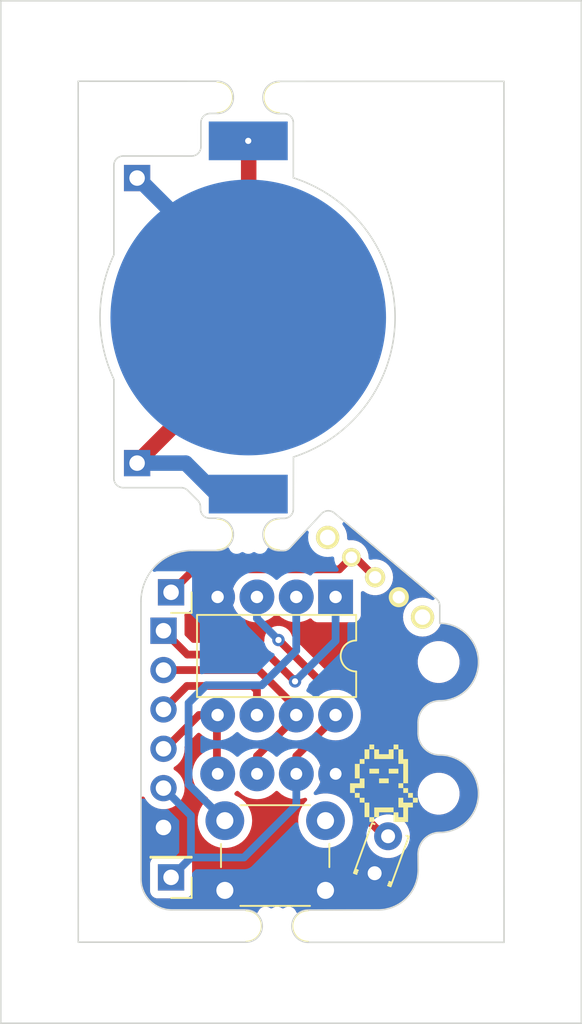
<source format=kicad_pcb>
(kicad_pcb (version 20240108) (generator "pcbnew") (generator_version "8.0")
  (layers (0 "F.Cu" signal) (31 "B.Cu" signal) (34 "B.Paste" user) (35 "F.Paste" user) (36 "B.SilkS" user "B.Silkscreen") (37 "F.SilkS" user "F.Silkscreen") (38 "B.Mask" user) (39 "F.Mask" user) (44 "Edge.Cuts" user))
  (net 0 "")
  (net 1 "GND")
  (net 2 "ISP RESET")
  (net 3 "ISP SCK")
  (net 4 "ISP MISO")
  (net 5 "ISP MOSI")
  (net 6 "BUTTON")
  (net 7 "VCC")
  (net 8 "Net-(BT2-+)")
  (net 9 "Net-(BT2--)")
  (net 10 "LED")
  (net 11 "Net-(J3-Pin_1)")
  (footprint "MountingHole:MountingHole_2.2mm_M2" (layer "F.Cu") (at 20.994496 76.5)
    (property "Reference" "H1" (hide yes))
    (property "Value" "MountingHole" (hide yes))
    (pad "" np_thru_hole circle (at 0 0) (size 2.2 2.2) (drill 2.2) (layers "*.Cu" "*.Mask"))
  )
  (footprint "Package_DIP:DIP-8_W7.62mm" (layer "F.Cu") (at 39.620077 51.983079 -90)
    (property "Reference" "U1" (hide yes))
    (property "Value" "ATtiny85V-10P")
    (fp_line (start 1.16 8.95) (end 6.46 8.95) (stroke (width 0.12)) (layer "F.SilkS"))
    (fp_line (start 6.46 8.95) (end 6.46 -1.33) (stroke (width 0.12)) (layer "F.SilkS"))
    (fp_line (start 1.16 -1.33) (end 1.16 8.95) (stroke (width 0.12)) (layer "F.SilkS"))
    (fp_line (start 2.81 -1.33) (end 1.16 -1.33) (stroke (width 0.12)) (layer "F.SilkS"))
    (fp_line (start 6.46 -1.33) (end 4.81 -1.33) (stroke (width 0.12)) (layer "F.SilkS"))
    (fp_arc (start 4.81 -1.33) (mid 3.81 -0.33) (end 2.81 -1.33) (stroke (width 0.12)) (layer "F.SilkS"))
    (pad "1" thru_hole rect (at 0 0 270) (size 2.25 2.25) (drill 0.8) (layers "*.Cu" "*.Mask") (net 2 "ISP RESET"))
    (pad "2" thru_hole circle (at 0 2.54 270) (size 2.25 2.25) (drill 0.8) (layers "*.Cu" "*.Mask") (net 6 "BUTTON"))
    (pad "3" thru_hole circle (at 0 5.08 270) (size 2.25 2.25) (drill 0.8) (layers "*.Cu" "*.Mask") (net 10 "LED"))
    (pad "4" thru_hole circle (at 0 7.62 270) (size 2.25 2.25) (drill 0.8) (layers "*.Cu" "*.Mask") (net 1 "GND"))
    (pad "5" thru_hole circle (at 7.62 7.62 270) (size 2.25 2.25) (drill 0.8) (layers "*.Cu" "*.Mask") (net 5 "ISP MOSI"))
    (pad "6" thru_hole circle (at 7.62 5.08 270) (size 2.25 2.25) (drill 0.8) (layers "*.Cu" "*.Mask") (net 4 "ISP MISO"))
    (pad "7" thru_hole circle (at 7.62 2.54 270) (size 2.25 2.25) (drill 0.8) (layers "*.Cu" "*.Mask") (net 3 "ISP SCK"))
    (pad "8" thru_hole circle (at 7.62 0 270) (size 2.25 2.25) (drill 0.8) (layers "*.Cu" "*.Mask") (net 7 "VCC"))
  )
  (footprint "MountingHole:MountingHole_2.2mm_M2" (layer "F.Cu") (at 46.277036 56.183079)
    (property "Reference" "H1" (hide yes))
    (property "Value" "MountingHole" (hide yes))
    (pad "" np_thru_hole circle (at 0 0) (size 2.2 2.2) (drill 2.2) (layers "*.Cu" "*.Mask"))
  )
  (footprint "MountingHole:MountingHole_2.2mm_M2" (layer "F.Cu") (at 20.994496 16.5)
    (property "Reference" "H1" (hide yes))
    (property "Value" "MountingHole" (hide yes))
    (pad "" np_thru_hole circle (at 0 0) (size 2.2 2.2) (drill 2.2) (layers "*.Cu" "*.Mask"))
  )
  (footprint "LOGO" (layer "F.Cu") (at 42.740397 64.007826)
    (property "Reference" "G***" (hide yes))
    (property "Value" "LOGO" (hide yes))
    (fp_poly (pts (xy -1.562885 0.781442) (xy -1.562885 0.937731) (xy -1.719173 0.937731) (xy -1.875462 0.937731) (xy -1.875462 0.781442) (xy -1.875462 0.625154) (xy -1.719173 0.625154) (xy -1.562885 0.625154)) (fill solid) (layer "F.SilkS"))
    (fp_poly (pts (xy -1.250308 1.094019) (xy -1.250308 1.250307) (xy -1.406596 1.250307) (xy -1.562885 1.250307) (xy -1.562885 1.094019) (xy -1.562885 0.937731) (xy -1.406596 0.937731) (xy -1.250308 0.937731)) (fill solid) (layer "F.SilkS"))
    (fp_poly (pts (xy -0.312577 -0.781442) (xy -0.312577 -0.625154) (xy -0.625154 -0.625154) (xy -0.937731 -0.625154) (xy -0.937731 -0.781442) (xy -0.937731 -0.937731) (xy -0.625154 -0.937731) (xy -0.312577 -0.937731)) (fill solid) (layer "F.SilkS"))
    (fp_poly (pts (xy 0.312577 -0.156289) (xy 0.312577 0) (xy 0 0) (xy -0.312577 0) (xy -0.312577 -0.156289) (xy -0.312577 -0.312577) (xy 0 -0.312577) (xy 0.312577 -0.312577)) (fill solid) (layer "F.SilkS"))
    (fp_poly (pts (xy 0.937731 -0.781442) (xy 0.937731 -0.625154) (xy 0.625154 -0.625154) (xy 0.312577 -0.625154) (xy 0.312577 -0.781442) (xy 0.312577 -0.937731) (xy 0.625154 -0.937731) (xy 0.937731 -0.937731)) (fill solid) (layer "F.SilkS"))
    (fp_poly (pts (xy 1.562884 0.468865) (xy 1.562884 0.625154) (xy 1.406596 0.625154) (xy 1.250307 0.625154) (xy 1.250307 0.468865) (xy 1.250307 0.312577) (xy 1.406596 0.312577) (xy 1.562884 0.312577)) (fill solid) (layer "F.SilkS"))
    (fp_poly (pts (xy 1.875461 0.781442) (xy 1.875461 0.937731) (xy 1.719173 0.937731) (xy 1.562884 0.937731) (xy 1.562884 0.781442) (xy 1.562884 0.625154) (xy 1.719173 0.625154) (xy 1.875461 0.625154)) (fill solid) (layer "F.SilkS"))
    (fp_poly (pts (xy -1.250308 0) (xy -1.250308 0.312577) (xy -1.562885 0.312577) (xy -1.875462 0.312577) (xy -1.875462 0.468865) (xy -1.875462 0.625154) (xy -2.03175 0.625154) (xy -2.188039 0.625154) (xy -2.188039 0.312577) (xy -2.188039 0) (xy -1.875462 0) (xy -1.562885 0) (xy -1.562885 -0.156289) (xy -1.562885 -0.312577) (xy -1.406596 -0.312577) (xy -1.250308 -0.312577)) (fill solid) (layer "F.SilkS"))
    (fp_poly (pts (xy 0.937731 -2.344327) (xy 0.937731 -2.188039) (xy 0.781442 -2.188039) (xy 0.625154 -2.188039) (xy 0.625154 -1.875462) (xy 0.625154 -1.562885) (xy 0 -1.562885) (xy -0.625154 -1.562885) (xy -0.625154 -1.875462) (xy -0.625154 -2.188039) (xy -0.468866 -2.188039) (xy -0.312577 -2.188039) (xy -0.312577 -2.03175) (xy -0.312577 -1.875462) (xy 0 -1.875462) (xy 0.312577 -1.875462) (xy 0.312577 -2.03175) (xy 0.312577 -2.188039) (xy 0.468865 -2.188039) (xy 0.625154 -2.188039) (xy 0.625154 -2.344327) (xy 0.625154 -2.500615) (xy 0.781442 -2.500615) (xy 0.937731 -2.500615)) (fill solid) (layer "F.SilkS"))
    (fp_poly (pts (xy 1.250307 -1.875462) (xy 1.250307 -1.562885) (xy 1.406596 -1.562885) (xy 1.562884 -1.562885) (xy 1.562884 -0.781442) (xy 1.562884 0) (xy 1.406596 0) (xy 1.250307 0) (xy 1.250307 0.156288) (xy 1.250307 0.312577) (xy 1.094019 0.312577) (xy 0.937731 0.312577) (xy 0.937731 0.156288) (xy 0.937731 0) (xy 1.094019 0) (xy 1.250307 0) (xy 1.250307 -0.625154) (xy 1.250307 -1.250308) (xy 1.094019 -1.250308) (xy 0.937731 -1.250308) (xy 0.937731 -1.719173) (xy 0.937731 -2.188039) (xy 1.094019 -2.188039) (xy 1.250307 -2.188039)) (fill solid) (layer "F.SilkS"))
    (fp_poly (pts (xy -0.937731 1.719173) (xy -0.937731 2.188038) (xy -0.781442 2.188038) (xy -0.625154 2.188038) (xy -0.625154 1.875461) (xy -0.625154 1.562884) (xy 0 1.562884) (xy 0.625154 1.562884) (xy 0.625154 1.719173) (xy 0.625154 1.875461) (xy 0.156288 1.875461) (xy -0.312577 1.875461) (xy -0.312577 2.03175) (xy -0.312577 2.188038) (xy -0.468866 2.188038) (xy -0.625154 2.188038) (xy -0.625154 2.344327) (xy -0.625154 2.500615) (xy -0.781442 2.500615) (xy -0.937731 2.500615) (xy -0.937731 2.344327) (xy -0.937731 2.188038) (xy -1.094019 2.188038) (xy -1.250308 2.188038) (xy -1.250308 1.719173) (xy -1.250308 1.250307) (xy -1.094019 1.250307) (xy -0.937731 1.250307)) (fill solid) (layer "F.SilkS"))
    (fp_poly (pts (xy -0.625154 -2.344327) (xy -0.625154 -2.188039) (xy -0.781442 -2.188039) (xy -0.937731 -2.188039) (xy -0.937731 -1.875462) (xy -0.937731 -1.562885) (xy -1.094019 -1.562885) (xy -1.250308 -1.562885) (xy -1.250308 -1.406596) (xy -1.250308 -1.250308) (xy -1.406596 -1.250308) (xy -1.562885 -1.250308) (xy -1.562885 -0.781442) (xy -1.562885 -0.312577) (xy -1.719173 -0.312577) (xy -1.875462 -0.312577) (xy -1.875462 -0.781442) (xy -1.875462 -1.250308) (xy -1.719173 -1.250308) (xy -1.562885 -1.250308) (xy -1.562885 -1.406596) (xy -1.562885 -1.562885) (xy -1.406596 -1.562885) (xy -1.250308 -1.562885) (xy -1.250308 -1.875462) (xy -1.250308 -2.188039) (xy -1.094019 -2.188039) (xy -0.937731 -2.188039) (xy -0.937731 -2.344327) (xy -0.937731 -2.500615) (xy -0.781442 -2.500615) (xy -0.625154 -2.500615)) (fill solid) (layer "F.SilkS"))
    (fp_poly (pts (xy 1.250307 1.094019) (xy 1.250307 1.250307) (xy 1.562884 1.250307) (xy 1.875461 1.250307) (xy 1.875461 1.094019) (xy 1.875461 0.937731) (xy 2.03175 0.937731) (xy 2.188038 0.937731) (xy 2.188038 1.094019) (xy 2.188038 1.250307) (xy 2.03175 1.250307) (xy 1.875461 1.250307) (xy 1.875461 1.406596) (xy 1.875461 1.562884) (xy 1.719173 1.562884) (xy 1.562884 1.562884) (xy 1.562884 2.03175) (xy 1.562884 2.500615) (xy 1.094019 2.500615) (xy 0.625154 2.500615) (xy 0.625154 2.188038) (xy 0.625154 1.875461) (xy 0.781442 1.875461) (xy 0.937731 1.875461) (xy 0.937731 2.03175) (xy 0.937731 2.188038) (xy 1.094019 2.188038) (xy 1.250307 2.188038) (xy 1.250307 1.875461) (xy 1.250307 1.562884) (xy 1.094019 1.562884) (xy 0.937731 1.562884) (xy 0.937731 1.250307) (xy 0.937731 0.937731) (xy 1.094019 0.937731) (xy 1.250307 0.937731)) (fill solid) (layer "F.SilkS"))
  )
  (footprint "Panelization:mouse-bite-2mm-slot" (layer "F.Cu") (at 33.979151 47.943784)
    (property "Reference" "mouse-bite-2mm-slot" (hide yes))
    (property "Value" "VAL**" (hide yes))
    (fp_arc (start -2 -1) (mid -1 0) (end -2 1) (stroke (width 0.1)) (layer "F.SilkS"))
    (fp_arc (start 2 1) (mid 1 0) (end 2 -1) (stroke (width 0.1)) (layer "F.SilkS"))
    (pad "" np_thru_hole circle (at -0.75 -0.75) (size 0.5 0.5) (drill 0.5) (layers "*.Cu" "*.Mask"))
    (pad "" np_thru_hole circle (at -0.75 0.75) (size 0.5 0.5) (drill 0.5) (layers "*.Cu" "*.Mask"))
    (pad "" np_thru_hole circle (at 0 -0.75) (size 0.5 0.5) (drill 0.5) (layers "*.Cu" "*.Mask"))
    (pad "" np_thru_hole circle (at 0 0.75) (size 0.5 0.5) (drill 0.5) (layers "*.Cu" "*.Mask"))
    (pad "" np_thru_hole circle (at 0.75 -0.75) (size 0.5 0.5) (drill 0.5) (layers "*.Cu" "*.Mask"))
    (pad "" np_thru_hole circle (at 0.75 0.75) (size 0.5 0.5) (drill 0.5) (layers "*.Cu" "*.Mask"))
  )
  (footprint "Connector_PinHeader_2.54mm:PinHeader_1x01_P2.54mm_Vertical" (layer "F.Cu") (at 26.8 43.343402 180)
    (property "Reference" "J4" (hide yes))
    (property "Value" "Conn_01x01_Male")
    (pad "1" thru_hole rect (at 0 0 180) (size 1.7 1.7) (drill 1) (layers "*.Cu" "*.Mask") (net 8 "Net-(BT2-+)"))
  )
  (footprint "1825232-1:18252321" (layer "F.Cu") (at 43.704199 51.996982 140)
    (property "Reference" "SW2")
    (property "Value" "SW_Push" (hide yes))
    (pad "1" thru_hole circle (at 0 0 230) (size 1.3 1.3) (drill 0.8) (layers "*.Cu" "*.Mask" "F.SilkS") (net 1 "GND"))
    (pad "2" thru_hole circle (at 4 0 230) (size 1.2 1.2) (drill 0.75) (layers "*.Cu" "*.Mask" "F.SilkS") (net 11 "Net-(J3-Pin_1)"))
    (pad "3" thru_hole circle (at 2 0 230) (size 1.3 1.3) (drill 0.8) (layers "*.Cu" "*.Mask" "F.SilkS") (net 11 "Net-(J3-Pin_1)"))
    (pad "MH1" thru_hole circle (at -2 0 230) (size 1.5 1.5) (drill 1) (layers "*.Cu" "*.Mask" "F.SilkS"))
    (pad "MH2" thru_hole circle (at 6 0 230) (size 1.5 1.5) (drill 1) (layers "*.Cu" "*.Mask" "F.SilkS"))
  )
  (footprint "Button_Switch_THT:SW_PUSH_6mm" (layer "F.Cu") (at 38.968713 70.923675 180)
    (property "Reference" "SW1" (hide yes))
    (property "Value" "Main Button")
    (fp_line (start 6.75 3) (end 6.75 1.5) (stroke (width 0.12)) (layer "F.SilkS"))
    (fp_line (start 5.5 -1) (end 1 -1) (stroke (width 0.12)) (layer "F.SilkS"))
    (fp_line (start 1 5.5) (end 5.5 5.5) (stroke (width 0.12)) (layer "F.SilkS"))
    (fp_line (start -0.25 1.5) (end -0.25 3) (stroke (width 0.12)) (layer "F.SilkS"))
    (pad "1" thru_hole circle (at 0 0 270) (size 2.5 2.5) (drill 1.1) (layers "*.Cu" "*.Mask") (net 1 "GND"))
    (pad "1" thru_hole circle (at 6.5 0 270) (size 2.5 2.5) (drill 1.1) (layers "*.Cu" "*.Mask") (net 1 "GND"))
    (pad "2" thru_hole circle (at 0 4.5 270) (size 2.5 2.5) (drill 1.1) (layers "*.Cu" "*.Mask") (net 6 "BUTTON"))
    (pad "2" thru_hole circle (at 6.5 4.5 270) (size 2.5 2.5) (drill 1.1) (layers "*.Cu" "*.Mask") (net 6 "BUTTON"))
  )
  (footprint "Panelization:mouse-bite-2mm-slot" (layer "F.Cu") (at 33.978006 19.735519)
    (property "Reference" "mouse-bite-2mm-slot" (hide yes))
    (property "Value" "VAL**" (hide yes))
    (fp_arc (start -2 -1) (mid -1 0) (end -2 1) (stroke (width 0.1)) (layer "F.SilkS"))
    (fp_arc (start 2 1) (mid 1 0) (end 2 -1) (stroke (width 0.1)) (layer "F.SilkS"))
    (pad "" np_thru_hole circle (at -0.75 -0.75) (size 0.5 0.5) (drill 0.5) (layers "*.Cu" "*.Mask"))
    (pad "" np_thru_hole circle (at -0.75 0.75) (size 0.5 0.5) (drill 0.5) (layers "*.Cu" "*.Mask"))
    (pad "" np_thru_hole circle (at 0 -0.75) (size 0.5 0.5) (drill 0.5) (layers "*.Cu" "*.Mask"))
    (pad "" np_thru_hole circle (at 0 0.75) (size 0.5 0.5) (drill 0.5) (layers "*.Cu" "*.Mask"))
    (pad "" np_thru_hole circle (at 0.75 -0.75) (size 0.5 0.5) (drill 0.5) (layers "*.Cu" "*.Mask"))
    (pad "" np_thru_hole circle (at 0.75 0.75) (size 0.5 0.5) (drill 0.5) (layers "*.Cu" "*.Mask"))
  )
  (footprint "Stepchild:Tiny OLED module" (layer "F.Cu") (at 35.815 63.4 180)
    (property "Reference" "U2" (hide yes))
    (property "Value" "OLED" (hide yes))
    (pad "1" thru_hole circle (at -3.81 0 180) (size 2.25 2.25) (drill 0.762) (layers "*.Cu" "*.Mask") (net 1 "GND"))
    (pad "2" thru_hole circle (at -1.27 0 180) (size 2.25 2.25) (drill 0.762) (layers "*.Cu" "*.Mask") (net 7 "VCC"))
    (pad "3" thru_hole circle (at 1.27 0 180) (size 2.25 2.25) (drill 0.762) (layers "*.Cu" "*.Mask") (net 3 "ISP SCK"))
    (pad "4" thru_hole circle (at 3.81 0 180) (size 2.25 2.25) (drill 0.762) (layers "*.Cu" "*.Mask") (net 5 "ISP MOSI"))
  )
  (footprint "Panelization:mouse-bite-2mm-slot" (layer "F.Cu") (at 35.843006 73.226415)
    (property "Reference" "mouse-bite-2mm-slot" (hide yes))
    (property "Value" "VAL**" (hide yes))
    (fp_arc (start -2 -1) (mid -1 0) (end -2 1) (stroke (width 0.1)) (layer "F.SilkS"))
    (fp_arc (start 2 1) (mid 1 0) (end 2 -1) (stroke (width 0.1)) (layer "F.SilkS"))
    (pad "" np_thru_hole circle (at -0.75 -0.75) (size 0.5 0.5) (drill 0.5) (layers "*.Cu" "*.Mask"))
    (pad "" np_thru_hole circle (at -0.75 0.75) (size 0.5 0.5) (drill 0.5) (layers "*.Cu" "*.Mask"))
    (pad "" np_thru_hole circle (at 0 -0.75) (size 0.5 0.5) (drill 0.5) (layers "*.Cu" "*.Mask"))
    (pad "" np_thru_hole circle (at 0 0.75) (size 0.5 0.5) (drill 0.5) (layers "*.Cu" "*.Mask"))
    (pad "" np_thru_hole circle (at 0.75 -0.75) (size 0.5 0.5) (drill 0.5) (layers "*.Cu" "*.Mask"))
    (pad "" np_thru_hole circle (at 0.75 0.75) (size 0.5 0.5) (drill 0.5) (layers "*.Cu" "*.Mask"))
  )
  (footprint "MountingHole:MountingHole_2.2mm_M2" (layer "F.Cu") (at 52.5 76.5)
    (property "Reference" "H1" (hide yes))
    (property "Value" "MountingHole" (hide yes))
    (pad "" np_thru_hole circle (at 0 0) (size 2.2 2.2) (drill 2.2) (layers "*.Cu" "*.Mask"))
  )
  (footprint "Connector_PinHeader_2.54mm:PinHeader_1x01_P2.54mm_Vertical" (layer "F.Cu") (at 28.99396 51.683079 180)
    (property "Reference" "J3" (hide yes))
    (property "Value" "Conn_01x01_Female" (hide yes))
    (fp_line (start -1.33 0) (end -1.33 -1.33) (stroke (width 0.12)) (layer "F.SilkS"))
    (fp_line (start -1.33 -1.33) (end 0 -1.33) (stroke (width 0.12)) (layer "F.SilkS"))
    (pad "1" thru_hole rect (at 0 0 180) (size 1.7 1.7) (drill 1) (layers "*.Cu" "*.Mask") (net 11 "Net-(J3-Pin_1)"))
  )
  (footprint "Connector_PinHeader_2.54mm:PinHeader_1x01_P2.54mm_Vertical" (layer "F.Cu") (at 26.8 24.943402 180)
    (property "Reference" "J5" (hide yes))
    (property "Value" "Conn_01x01_Male" (hide yes))
    (pad "1" thru_hole rect (at 0 0 180) (size 1.7 1.7) (drill 1) (layers "*.Cu" "*.Mask") (net 9 "Net-(BT2--)"))
  )
  (footprint "Connector_PinHeader_2.54mm:PinHeader_1x01_P2.54mm_Vertical" (layer "F.Cu") (at 28.99396 70.083079 180)
    (property "Reference" "J2" (hide yes))
    (property "Value" "Conn_01x01_Female" (hide yes))
    (fp_line (start 1.33 1.27) (end 1.33 1.33) (stroke (width 0.12)) (layer "F.SilkS"))
    (fp_line (start -1.33 1.33) (end 1.33 1.33) (stroke (width 0.12)) (layer "F.SilkS"))
    (fp_line (start -1.33 1.27) (end 1.33 1.27) (stroke (width 0.12)) (layer "F.SilkS"))
    (fp_line (start -1.33 1.27) (end -1.33 1.33) (stroke (width 0.12)) (layer "F.SilkS"))
    (fp_line (start -1.33 0) (end -1.33 -1.33) (stroke (width 0.12)) (layer "F.SilkS"))
    (fp_line (start -1.33 -1.33) (end 0 -1.33) (stroke (width 0.12)) (layer "F.SilkS"))
    (pad "1" thru_hole rect (at 0 0 180) (size 1.7 1.7) (drill 1) (layers "*.Cu" "*.Mask") (net 7 "VCC"))
  )
  (footprint "MountingHole:MountingHole_2.2mm_M2" (layer "F.Cu") (at 46.277036 64.683079)
    (property "Reference" "H2" (hide yes))
    (property "Value" "MountingHole" (hide yes))
    (pad "" np_thru_hole circle (at 0 0) (size 2.2 2.2) (drill 2.2) (layers "*.Cu" "*.Mask"))
  )
  (footprint "MountingHole:MountingHole_2.2mm_M2" (layer "F.Cu") (at 52.5 16.5)
    (property "Reference" "H1" (hide yes))
    (property "Value" "MountingHole" (hide yes))
    (pad "" np_thru_hole circle (at 0 0) (size 2.2 2.2) (drill 2.2) (layers "*.Cu" "*.Mask"))
  )
  (footprint "LED_THT:LED_D1.8mm_W3.3mm_H2.4mm" (layer "F.Cu") (at 42.142843 69.816333 70)
    (property "Reference" "D1" (hide yes))
    (property "Value" "LED")
    (fp_line (start -0.44 -1.260001) (end -0.44 -1.08) (stroke (width 0.12)) (layer "F.SilkS"))
    (fp_line (start -0.44 -1.260001) (end 2.98 -1.26) (stroke (width 0.12)) (layer "F.SilkS"))
    (fp_line (start -0.32 -1.26) (end -0.32 -1.08) (stroke (width 0.12)) (layer "F.SilkS"))
    (fp_line (start -0.2 -1.26) (end -0.2 -1.08) (stroke (width 0.12)) (layer "F.SilkS"))
    (fp_line (start 2.98 -1.26) (end 2.98 -1.095) (stroke (width 0.12)) (layer "F.SilkS"))
    (fp_line (start -0.440001 1.08) (end -0.44 1.26) (stroke (width 0.12)) (layer "F.SilkS"))
    (fp_line (start -0.319999 1.08) (end -0.32 1.26) (stroke (width 0.12)) (layer "F.SilkS"))
    (fp_line (start -0.2 1.08) (end -0.2 1.26) (stroke (width 0.12)) (layer "F.SilkS"))
    (fp_line (start -0.44 1.26) (end 2.98 1.26) (stroke (width 0.12)) (layer "F.SilkS"))
    (fp_line (start 2.98 1.095) (end 2.98 1.26) (stroke (width 0.12)) (layer "F.SilkS"))
    (pad "1" thru_hole rect (at 0 0 70) (size 1.8 1.8) (drill 0.9) (layers "*.Cu" "*.Mask") (net 1 "GND"))
    (pad "2" thru_hole circle (at 2.54 0 70) (size 1.8 1.8) (drill 0.9) (layers "*.Cu" "*.Mask") (net 10 "LED"))
  )
  (footprint "Stepchild:Battery Clip" (layer "B.Cu") (at 33.97837 33.943402 90)
    (property "Reference" "BT2" (hide yes))
    (property "Value" "lr44")
    (pad "1" smd rect (at -11.4 0 90) (size 2.5 5.1) (layers "B.Cu" "B.Paste" "B.Mask") (net 8 "Net-(BT2-+)"))
    (pad "1" smd rect (at 11.4 0 90) (size 2.5 5.1) (layers "B.Cu" "B.Paste" "B.Mask") (net 8 "Net-(BT2-+)"))
    (pad "2" smd circle (at 0 0 90) (size 17.8 17.8) (layers "B.Cu" "B.Paste" "B.Mask") (net 9 "Net-(BT2--)"))
  )
  (footprint "Connector_PinHeader_2.54mm:PinHeader_1x06_P2.54mm_Vertical" (layer "B.Cu") (at 28.505077 54.163079 180)
    (property "Reference" "J1" (hide yes))
    (property "Value" "Programming port")
    (pad "1" thru_hole rect (at 0 0 180) (size 1.7 1.7) (drill 1) (layers "*.Cu" "*.Mask") (net 2 "ISP RESET"))
    (pad "2" thru_hole oval (at 0 -2.54 180) (size 1.7 1.7) (drill 1) (layers "*.Cu" "*.Mask") (net 3 "ISP SCK"))
    (pad "3" thru_hole oval (at 0 -5.08 180) (size 1.7 1.7) (drill 1) (layers "*.Cu" "*.Mask") (net 4 "ISP MISO"))
    (pad "4" thru_hole oval (at 0 -7.62 180) (size 1.7 1.7) (drill 1) (layers "*.Cu" "*.Mask") (net 5 "ISP MOSI"))
    (pad "5" thru_hole oval (at 0 -10.16 180) (size 1.7 1.7) (drill 1) (layers "*.Cu" "*.Mask") (net 7 "VCC"))
    (pad "6" thru_hole oval (at 0 -12.7 180) (size 1.7 1.7) (drill 1) (layers "*.Cu" "*.Mask") (net 1 "GND"))
  )
  (gr_arc (start 31.976504 18.693512) (mid 33.0184 19.734348) (end 31.977224 20.7759) (stroke (width 0.1)) (layer "Edge.Cuts"))
  (gr_rect (start 17.994496 13.5) (end 55.494496 79.5) (stroke (width 0.1)) (fill none) (layer "Edge.Cuts"))
  (gr_arc (start 46.135992 52.103264) (mid 46.293944 52.309268) (end 46.350095 52.562712) (stroke (width 0.1)) (layer "Edge.Cuts"))
  (gr_arc (start 44.950077 68.583079) (mid 45.360128 67.59313) (end 46.350077 67.183079) (stroke (width 0.1)) (layer "Edge.Cuts"))
  (gr_line (start 27.050077 67.383079) (end 27.050077 52.283079) (stroke (width 0.1)) (layer "Edge.Cuts"))
  (gr_arc (start 25.9 44.928268) (mid 25.47575 44.752528) (end 25.3 44.328268) (stroke (width 0.1)) (layer "Edge.Cuts"))
  (gr_arc (start 36.287028 20.782683) (mid 36.714794 20.956481) (end 36.892452 21.382658) (stroke (width 0.1)) (layer "Edge.Cuts"))
  (gr_arc (start 44.950077 60.083079) (mid 45.360128 59.09313) (end 46.350077 58.683079) (stroke (width 0.1)) (layer "Edge.Cuts"))
  (gr_line (start 46.350077 53.683079) (end 46.350095 52.562712) (stroke (width 0.1)) (layer "Edge.Cuts"))
  (gr_arc (start 38.709268 46.611441) (mid 39.11203 46.420049) (end 39.535638 46.559412) (stroke (width 0.1)) (layer "Edge.Cuts"))
  (gr_line (start 30.350077 48.983079) (end 31.978369 48.984165) (stroke (width 0.1)) (layer "Edge.Cuts"))
  (gr_line (start 46.135992 52.103264) (end 39.535638 46.559412) (stroke (width 0.1)) (layer "Edge.Cuts"))
  (gr_arc (start 46.350077 53.683079) (mid 48.850077 56.183079) (end 46.350077 58.683079) (stroke (width 0.1)) (layer "Edge.Cuts"))
  (gr_arc (start 30.921404 21.37365) (mid 31.095002 20.951387) (end 31.51549 20.773539) (stroke (width 0.1)) (layer "Edge.Cuts"))
  (gr_arc (start 27.050077 52.283079) (mid 28.016625 49.949627) (end 30.350077 48.983079) (stroke (width 0.1)) (layer "Edge.Cuts"))
  (gr_line (start 30.716824 45.75264) (end 30.068188 45.104004) (stroke (width 0.1)) (layer "Edge.Cuts"))
  (gr_line (start 29.643924 44.928268) (end 25.9 44.928268) (stroke (width 0.1)) (layer "Edge.Cuts"))
  (gr_arc (start 25.3 24.119795) (mid 25.475881 23.695391) (end 25.900404 23.519796) (stroke (width 0.1)) (layer "Edge.Cuts"))
  (gr_line (start 27.050077 67.383079) (end 27.050077 70.183079) (stroke (width 0.1)) (layer "Edge.Cuts"))
  (gr_line (start 50.494496 18.701499) (end 50.5 74.276461) (stroke (width 0.1)) (layer "Edge.Cuts"))
  (gr_arc (start 25.3 37.935576) (mid 24.404583 34.010632) (end 25.3 29.901804) (stroke (width 0.1)) (layer "Edge.Cuts"))
  (gr_line (start 38.709268 46.611441) (end 36.680998 48.804314) (stroke (width 0.1)) (layer "Edge.Cuts"))
  (gr_arc (start 29.643924 44.928268) (mid 29.873531 44.973946) (end 30.068188 45.104004) (stroke (width 0.1)) (layer "Edge.Cuts"))
  (gr_line (start 31.977649 46.901777) (end 31.492749 46.901886) (stroke (width 0.1)) (layer "Edge.Cuts"))
  (gr_arc (start 31.492749 46.901886) (mid 31.06849 46.72629) (end 30.892614 46.302147) (stroke (width 0.1)) (layer "Edge.Cuts"))
  (gr_line (start 44.950077 60.783079) (end 44.950077 60.083079) (stroke (width 0.1)) (layer "Edge.Cuts"))
  (gr_line (start 36.294383 46.910916) (end 35.972389 46.911408) (stroke (width 0.1)) (layer "Edge.Cuts"))
  (gr_arc (start 46.350077 62.183079) (mid 48.850077 64.683079) (end 46.350077 67.183079) (stroke (width 0.1)) (layer "Edge.Cuts"))
  (gr_line (start 33.841504 72.184408) (end 29.050077 72.183079) (stroke (width 0.1)) (layer "Edge.Cuts"))
  (gr_line (start 25.3 29.901804) (end 25.3 24.119795) (stroke (width 0.1)) (layer "Edge.Cuts"))
  (gr_line (start 35.973109 48.993796) (end 36.23346 48.996862) (stroke (width 0.1)) (layer "Edge.Cuts"))
  (gr_line (start 44.950077 68.583079) (end 44.957272 69.584983) (stroke (width 0.1)) (layer "Edge.Cuts"))
  (gr_line (start 31.977679 20.768983) (end 31.51549 20.773539) (stroke (width 0.1)) (layer "Edge.Cuts"))
  (gr_arc (start 35.973109 48.993796) (mid 34.931166 47.952938) (end 35.972389 46.911408) (stroke (width 0.1)) (layer "Edge.Cuts"))
  (gr_arc (start 44.957272 69.584983) (mid 44.195748 71.423456) (end 42.357272 72.184983) (stroke (width 0.1)) (layer "Edge.Cuts"))
  (gr_line (start 36.287028 20.782683) (end 35.971964 20.785531) (stroke (width 0.1)) (layer "Edge.Cuts"))
  (gr_line (start 23 74.266762) (end 22.994496 18.6918) (stroke (width 0.1)) (layer "Edge.Cuts"))
  (gr_arc (start 36.892452 24.928268) (mid 43.463449 33.936444) (end 36.899333 42.949637) (stroke (width 0.1)) (layer "Edge.Cuts"))
  (gr_line (start 35.971244 18.703143) (end 50.494496 18.701499) (stroke (width 0.1)) (layer "Edge.Cuts"))
  (gr_line (start 30.892614 46.302147) (end 30.89256 46.176644) (stroke (width 0.1)) (layer "Edge.Cuts"))
  (gr_arc (start 36.893466 46.311964) (mid 36.717677 46.735205) (end 36.294383 46.910916) (stroke (width 0.1)) (layer "Edge.Cuts"))
  (gr_arc (start 30.716824 45.75264) (mid 30.846838 45.947174) (end 30.89256 46.176644) (stroke (width 0.1)) (layer "Edge.Cuts"))
  (gr_line (start 37.836964 74.276427) (end 50.5 74.276461) (stroke (width 0.1)) (layer "Edge.Cuts"))
  (gr_arc (start 37.836964 74.276427) (mid 36.795069 73.235593) (end 37.836244 72.194039) (stroke (width 0.1)) (layer "Edge.Cuts"))
  (gr_line (start 37.836244 72.194039) (end 42.357272 72.184983) (stroke (width 0.1)) (layer "Edge.Cuts"))
  (gr_line (start 31.976504 18.693512) (end 22.994496 18.6918) (stroke (width 0.1)) (layer "Edge.Cuts"))
  (gr_arc (start 30.921766 22.92155) (mid 30.745937 23.346047) (end 30.321362 23.52169) (stroke (width 0.1)) (layer "Edge.Cuts"))
  (gr_line (start 36.892452 21.382658) (end 36.892452 24.928268) (stroke (width 0.1)) (layer "Edge.Cuts"))
  (gr_line (start 30.921766 22.92155) (end 30.921404 21.37365) (stroke (width 0.1)) (layer "Edge.Cuts"))
  (gr_line (start 30.321362 23.52169) (end 25.900404 23.519796) (stroke (width 0.1)) (layer "Edge.Cuts"))
  (gr_arc (start 46.350077 62.183079) (mid 45.360128 61.773028) (end 44.950077 60.783079) (stroke (width 0.1)) (layer "Edge.Cuts"))
  (gr_arc (start 35.971964 20.785531) (mid 34.930071 19.744698) (end 35.971244 18.703143) (stroke (width 0.1)) (layer "Edge.Cuts"))
  (gr_arc (start 33.841504 72.184408) (mid 34.883399 73.225242) (end 33.842224 74.266796) (stroke (width 0.1)) (layer "Edge.Cuts"))
  (gr_line (start 36.899333 42.949637) (end 36.893466 46.311964) (stroke (width 0.1)) (layer "Edge.Cuts"))
  (gr_arc (start 36.680998 48.804314) (mid 36.477652 48.948058) (end 36.23346 48.996862) (stroke (width 0.1)) (layer "Edge.Cuts"))
  (gr_line (start 25.3 44.328268) (end 25.3 37.935576) (stroke (width 0.1)) (layer "Edge.Cuts"))
  (gr_arc (start 29.050077 72.183079) (mid 27.635863 71.597293) (end 27.050077 70.183079) (stroke (width 0.1)) (layer "Edge.Cuts"))
  (gr_arc (start 31.977649 46.901777) (mid 33.019545 47.942608) (end 31.978369 48.984165) (stroke (width 0.1)) (layer "Edge.Cuts"))
  (gr_line (start 33.842224 74.266796) (end 23 74.266762) (stroke (width 0.1)) (layer "Edge.Cuts"))
  (segment (start 30.045077 55.703079) (end 28.505077 54.163079) (width 0.5) (layer "F.Cu") (net 2))
  (segment (start 35.27092 55.703079) (end 30.045077 55.703079) (width 0.5) (layer "F.Cu") (net 2))
  (segment (start 37.000034 57.432193) (end 35.27092 55.703079) (width 0.5) (layer "F.Cu") (net 2))
  (via (at 37.000034 57.432193) (size 0.8) (drill 0.4) (layers "F.Cu" "B.Cu") (net 2))
  (segment (start 39.620077 51.983079) (end 39.450077 51.983079) (width 0.5) (layer "B.Cu") (net 2))
  (segment (start 37.000034 57.432193) (end 39.620077 54.81215) (width 0.5) (layer "B.Cu") (net 2))
  (segment (start 39.620077 54.81215) (end 39.620077 51.983079) (width 0.5) (layer "B.Cu") (net 2))
  (segment (start 34.645281 56.703079) (end 37.080077 59.137875) (width 0.5) (layer "F.Cu") (net 3))
  (segment (start 34.545 63.4) (end 34.545 62.249807) (width 0.5) (layer "F.Cu") (net 3))
  (segment (start 34.545 62.249807) (end 37.080077 59.71473) (width 0.5) (layer "F.Cu") (net 3))
  (segment (start 28.505077 56.703079) (end 34.645281 56.703079) (width 0.5) (layer "F.Cu") (net 3))
  (segment (start 34.256067 57.728079) (end 34.540077 58.012089) (width 0.5) (layer "F.Cu") (net 4))
  (segment (start 28.505077 59.243079) (end 30.020077 57.728079) (width 0.5) (layer "F.Cu") (net 4))
  (segment (start 30.020077 57.728079) (end 34.256067 57.728079) (width 0.5) (layer "F.Cu") (net 4))
  (segment (start 34.540077 58.012089) (end 34.540077 59.603079) (width 0.5) (layer "F.Cu") (net 4))
  (segment (start 28.616921 61.783079) (end 30.796921 59.603079) (width 0.5) (layer "F.Cu") (net 5))
  (segment (start 32.005 63.4) (end 31.955077 63.350077) (width 0.5) (layer "F.Cu") (net 5))
  (segment (start 28.505077 61.783079) (end 28.616921 61.783079) (width 0.5) (layer "F.Cu") (net 5))
  (segment (start 30.796921 59.603079) (end 32.000077 59.603079) (width 0.5) (layer "F.Cu") (net 5))
  (segment (start 31.955077 63.350077) (end 31.955077 59.648079) (width 0.5) (layer "F.Cu") (net 5))
  (segment (start 31.268426 57.683079) (end 30.125077 58.826428) (width 0.5) (layer "B.Cu") (net 6))
  (segment (start 30.125077 58.826428) (end 30.125077 64.080039) (width 0.5) (layer "B.Cu") (net 6))
  (segment (start 37.080077 51.983079) (end 37.080077 55.453079) (width 0.5) (layer "B.Cu") (net 6))
  (segment (start 37.080077 55.453079) (end 34.850077 57.683079) (width 0.5) (layer "B.Cu") (net 6))
  (segment (start 30.125077 64.080039) (end 32.468713 66.423675) (width 0.5) (layer "B.Cu") (net 6))
  (segment (start 34.850077 57.683079) (end 31.268426 57.683079) (width 0.5) (layer "B.Cu") (net 6))
  (segment (start 37.085 62.249807) (end 37.085 63.4) (width 0.5) (layer "F.Cu") (net 7))
  (segment (start 39.620077 59.71473) (end 37.085 62.249807) (width 0.5) (layer "F.Cu") (net 7))
  (segment (start 33.7 68.8) (end 37.085 65.415) (width 0.5) (layer "B.Cu") (net 7))
  (segment (start 30.277039 66.095041) (end 28.505077 64.323079) (width 0.5) (layer "B.Cu") (net 7))
  (segment (start 30.277039 68.8) (end 33.7 68.8) (width 0.5) (layer "B.Cu") (net 7))
  (segment (start 30.277039 68.8) (end 30.277039 66.095041) (width 0.5) (layer "B.Cu") (net 7))
  (segment (start 37.085 65.415) (end 37.085 63.4) (width 0.5) (layer "B.Cu") (net 7))
  (segment (start 28.99396 70.083079) (end 30.277039 68.8) (width 0.5) (layer "B.Cu") (net 7))
  (segment (start 34.007586 36.092414) (end 34.007586 22.572618) (width 1) (layer "F.Cu") (net 8))
  (segment (start 34.007586 22.572618) (end 33.97837 22.543402) (width 1) (layer "F.Cu") (net 8))
  (segment (start 26.8 43.343402) (end 26.8 43.3) (width 1) (layer "F.Cu") (net 8))
  (segment (start 26.8 43.3) (end 34.007586 36.092414) (width 1) (layer "F.Cu") (net 8))
  (via (at 33.97837 22.543402) (size 0.8) (drill 0.4) (layers "F.Cu" "B.Cu") (net 8))
  (segment (start 26.8 43.343402) (end 29.943402 43.343402) (width 1) (layer "B.Cu") (net 8))
  (segment (start 31.943402 45.343402) (end 33.97837 45.343402) (width 1) (layer "B.Cu") (net 8))
  (segment (start 29.943402 43.343402) (end 31.943402 45.343402) (width 1) (layer "B.Cu") (net 8))
  (segment (start 33.97837 32.07837) (end 26.843402 24.943402) (width 1) (layer "B.Cu") (net 9))
  (segment (start 33.97837 33.943402) (end 33.97837 32.07837) (width 1) (layer "B.Cu") (net 9))
  (segment (start 26.843402 24.943402) (end 26.8 24.943402) (width 1) (layer "B.Cu") (net 9))
  (segment (start 41.5 66.168649) (end 43.032656 67.701305) (width 0.5) (layer "F.Cu") (net 10))
  (segment (start 35.930577 54.762054) (end 35.956241 54.762054) (width 0.5) (layer "F.Cu") (net 10))
  (segment (start 35.956241 54.762054) (end 38.922266 57.728079) (width 0.5) (layer "F.Cu") (net 10))
  (segment (start 40.396728 57.728079) (end 41.5 58.831351) (width 0.5) (layer "F.Cu") (net 10))
  (segment (start 41.5 58.831351) (end 41.5 66.168649) (width 0.5) (layer "F.Cu") (net 10))
  (segment (start 38.922266 57.728079) (end 40.396728 57.728079) (width 0.5) (layer "F.Cu") (net 10))
  (via (at 35.930577 54.762054) (size 0.8) (drill 0.4) (layers "F.Cu" "B.Cu") (net 10))
  (segment (start 34.540077 53.371554) (end 34.540077 51.983079) (width 0.5) (layer "B.Cu") (net 10))
  (segment (start 35.930577 54.762054) (end 34.540077 53.371554) (width 0.5) (layer "B.Cu") (net 10))
  (segment (start 40.886535 49.425832) (end 42.17211 50.711407) (width 0.5) (layer "F.Cu") (net 11))
  (segment (start 40.640021 49.425832) (end 39.865853 50.2) (width 0.5) (layer "F.Cu") (net 11))
  (segment (start 30.477039 50.2) (end 28.99396 51.683079) (width 0.5) (layer "F.Cu") (net 11))
  (segment (start 39.865853 50.2) (end 30.477039 50.2) (width 0.5) (layer "F.Cu") (net 11))
  (segment (start 40.640021 49.425832) (end 40.886535 49.425832) (width 0.5) (layer "F.Cu") (net 11))
  (zone (net 1) (net_name "GND") (layer "F.Cu") (connect_pads yes (clearance 0.508)) (min_thickness 0.254) (fill yes (thermal_gap 0.508) (thermal_bridge_width 0.508))
    (polygon (pts (xy 48.983529 73.783079) (xy 25.383529 73.883079) (xy 25.283529 46.483079) (xy 48.883529 46.383079)))
  )
  (zone (net 1) (net_name "GND") (layer "B.Cu") (priority 1) (connect_pads yes (clearance 0.508)) (min_thickness 0.25) (fill yes (thermal_gap 0.5) (thermal_bridge_width 0.5))
    (polygon (pts (xy 25.850077 52.183079) (xy 29.350077 52.183079) (xy 30.850077 53.683079) (xy 30.850077 65) (xy 27 65) (xy 26.850077 72.683079) (xy 49.350077 72.683079) (xy 49.350077 46.183079) (xy 25.850077 46.183079)))
  )
)
</source>
